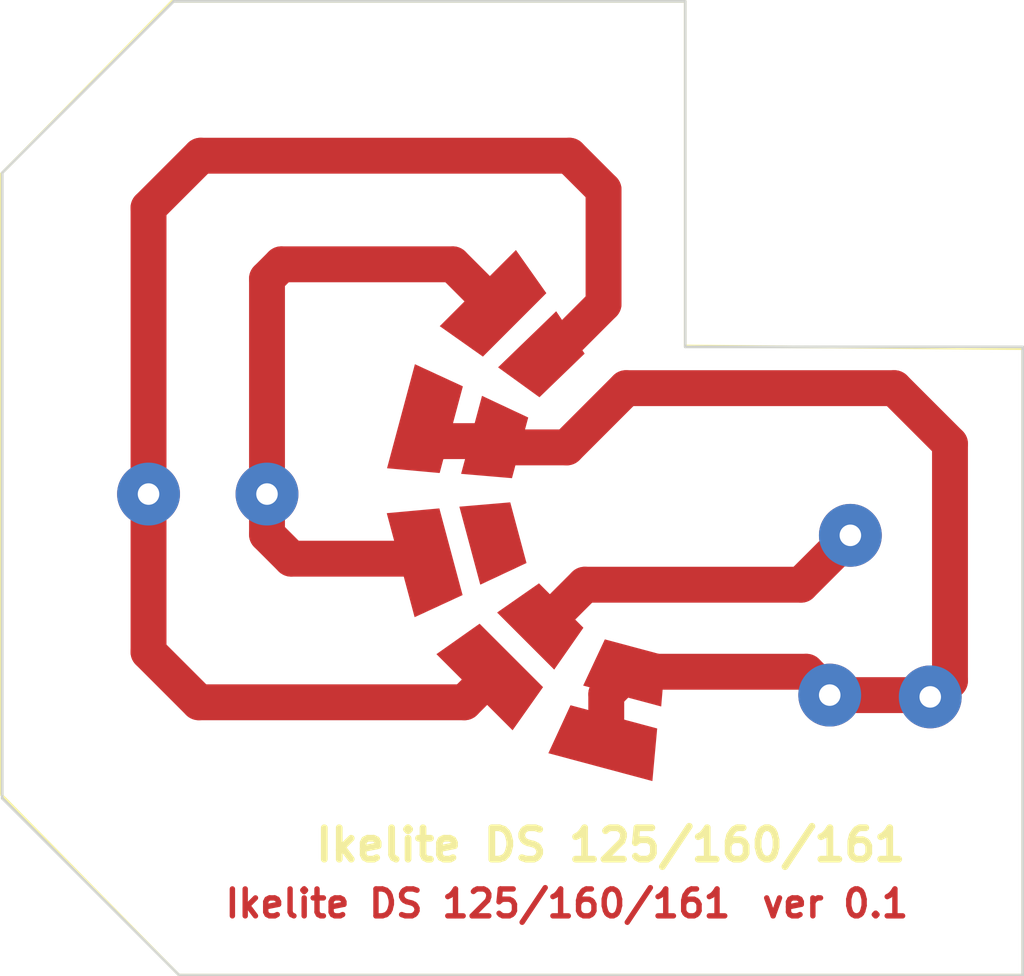
<source format=kicad_pcb>
(kicad_pcb (version 20171130) (host pcbnew 6.0.0-rc1-unknown-cbf74d6~66~ubuntu16.04.1)

  (general
    (thickness 1.6)
    (drawings 10)
    (tracks 38)
    (zones 0)
    (modules 6)
    (nets 5)
  )

  (page A4)
  (layers
    (0 F.Cu signal)
    (31 B.Cu signal)
    (32 B.Adhes user)
    (33 F.Adhes user)
    (34 B.Paste user)
    (35 F.Paste user)
    (36 B.SilkS user)
    (37 F.SilkS user)
    (38 B.Mask user)
    (39 F.Mask user hide)
    (40 Dwgs.User user hide)
    (41 Cmts.User user)
    (42 Eco1.User user)
    (43 Eco2.User user)
    (44 Edge.Cuts user)
    (45 Margin user)
    (46 B.CrtYd user)
    (47 F.CrtYd user)
    (48 B.Fab user)
    (49 F.Fab user)
  )

  (setup
    (last_trace_width 2)
    (trace_clearance 0.2)
    (zone_clearance 0.508)
    (zone_45_only no)
    (trace_min 0.2)
    (via_size 0.8)
    (via_drill 0.4)
    (via_min_size 0.4)
    (via_min_drill 0.3)
    (uvia_size 0.3)
    (uvia_drill 0.1)
    (uvias_allowed no)
    (uvia_min_size 0.2)
    (uvia_min_drill 0.1)
    (edge_width 0.15)
    (segment_width 0.2)
    (pcb_text_width 0.3)
    (pcb_text_size 1.5 1.5)
    (mod_edge_width 0.15)
    (mod_text_size 1 1)
    (mod_text_width 0.15)
    (pad_size 1.524 1.524)
    (pad_drill 0.762)
    (pad_to_mask_clearance 0.2)
    (solder_mask_min_width 0.25)
    (aux_axis_origin 0 0)
    (visible_elements FFFFFF7F)
    (pcbplotparams
      (layerselection 0x000a0_7fffffff)
      (usegerberextensions false)
      (usegerberattributes false)
      (usegerberadvancedattributes false)
      (creategerberjobfile false)
      (excludeedgelayer false)
      (linewidth 0.150000)
      (plotframeref false)
      (viasonmask false)
      (mode 1)
      (useauxorigin false)
      (hpglpennumber 1)
      (hpglpenspeed 20)
      (hpglpendiameter 15.000000)
      (psnegative false)
      (psa4output false)
      (plotreference false)
      (plotvalue false)
      (plotinvisibletext false)
      (padsonsilk false)
      (subtractmaskfromsilk false)
      (outputformat 1)
      (mirror false)
      (drillshape 0)
      (scaleselection 1)
      (outputdirectory "/home/nail/tmp/plot/"))
  )

  (net 0 "")
  (net 1 "Net-(J1-Pad1)")
  (net 2 "Net-(J2-Pad10)")
  (net 3 "Net-(J2-Pad2)")
  (net 4 "Net-(J2-Pad8)")

  (net_class Default "This is the default net class."
    (clearance 0.2)
    (trace_width 2)
    (via_dia 0.8)
    (via_drill 0.4)
    (uvia_dia 0.3)
    (uvia_drill 0.1)
    (add_net "Net-(J1-Pad1)")
    (add_net "Net-(J2-Pad10)")
    (add_net "Net-(J2-Pad2)")
    (add_net "Net-(J2-Pad8)")
  )

  (module ikelite_switch:ikelite_switch (layer F.Cu) (tedit 58A19009) (tstamp 58C250B9)
    (at 80 79.4)
    (path /58A17CA5)
    (fp_text reference J2 (at 9.4 7.3) (layer F.SilkS) hide
      (effects (font (size 1 1) (thickness 0.15)))
    )
    (fp_text value CONN_02X05 (at 9.3 9.1) (layer F.Fab) hide
      (effects (font (size 1 1) (thickness 0.15)))
    )
    (fp_line (start 19.25 26.9) (end -27.75 26.9) (layer F.SilkS) (width 0.15))
    (fp_line (start -27.75 26.9) (end -37.6 16.9) (layer F.SilkS) (width 0.15))
    (fp_line (start -37.65 16.85) (end -37.65 -17.75) (layer F.SilkS) (width 0.15))
    (fp_line (start 19.25 26.9) (end 19.25 -8) (layer F.SilkS) (width 0.15))
    (fp_line (start -28.15 -27.35) (end -37.5 -17.9) (layer F.SilkS) (width 0.15))
    (fp_line (start 19.25 -8) (end 0.45 -8.15) (layer F.SilkS) (width 0.15))
    (fp_line (start 0.45 -8.15) (end 0.45 -27.35) (layer F.SilkS) (width 0.15))
    (fp_line (start 0.45 -27.35) (end -28.15 -27.35) (layer F.SilkS) (width 0.15))
    (fp_line (start -0.26742 0.698449) (end -0.26742 0.698449) (layer Dwgs.User) (width 0.1))
    (fp_line (start -0.263776 0.701987) (end -0.26742 0.698449) (layer Dwgs.User) (width 0.1))
    (fp_line (start -0.259963 0.705478) (end -0.263776 0.701987) (layer Dwgs.User) (width 0.1))
    (fp_line (start -0.255989 0.708918) (end -0.259963 0.705478) (layer Dwgs.User) (width 0.1))
    (fp_line (start -0.251867 0.712301) (end -0.255989 0.708918) (layer Dwgs.User) (width 0.1))
    (fp_line (start -0.247605 0.715624) (end -0.251867 0.712301) (layer Dwgs.User) (width 0.1))
    (fp_line (start -0.243214 0.718881) (end -0.247605 0.715624) (layer Dwgs.User) (width 0.1))
    (fp_line (start -0.238704 0.722068) (end -0.243214 0.718881) (layer Dwgs.User) (width 0.1))
    (fp_line (start -0.234087 0.72518) (end -0.238704 0.722068) (layer Dwgs.User) (width 0.1))
    (fp_line (start -0.229371 0.728213) (end -0.234087 0.72518) (layer Dwgs.User) (width 0.1))
    (fp_line (start -0.224567 0.731161) (end -0.229371 0.728213) (layer Dwgs.User) (width 0.1))
    (fp_line (start -0.219686 0.73402) (end -0.224567 0.731161) (layer Dwgs.User) (width 0.1))
    (fp_line (start -0.214738 0.736786) (end -0.219686 0.73402) (layer Dwgs.User) (width 0.1))
    (fp_line (start -0.209732 0.739453) (end -0.214738 0.736786) (layer Dwgs.User) (width 0.1))
    (fp_line (start -0.20468 0.742017) (end -0.209732 0.739453) (layer Dwgs.User) (width 0.1))
    (fp_line (start -0.199592 0.744473) (end -0.20468 0.742017) (layer Dwgs.User) (width 0.1))
    (fp_line (start -0.194477 0.746817) (end -0.199592 0.744473) (layer Dwgs.User) (width 0.1))
    (fp_line (start -0.189347 0.749043) (end -0.194477 0.746817) (layer Dwgs.User) (width 0.1))
    (fp_line (start -0.184211 0.751148) (end -0.189347 0.749043) (layer Dwgs.User) (width 0.1))
    (fp_line (start -0.17908 0.753126) (end -0.184211 0.751148) (layer Dwgs.User) (width 0.1))
    (fp_line (start -0.173964 0.754973) (end -0.17908 0.753126) (layer Dwgs.User) (width 0.1))
    (fp_line (start -0.168873 0.756684) (end -0.173964 0.754973) (layer Dwgs.User) (width 0.1))
    (fp_line (start -0.163817 0.758254) (end -0.168873 0.756684) (layer Dwgs.User) (width 0.1))
    (fp_line (start -0.158808 0.759679) (end -0.163817 0.758254) (layer Dwgs.User) (width 0.1))
    (fp_line (start -0.153854 0.760954) (end -0.158808 0.759679) (layer Dwgs.User) (width 0.1))
    (fp_line (start -0.148967 0.762074) (end -0.153854 0.760954) (layer Dwgs.User) (width 0.1))
    (fp_line (start -0.144157 0.763034) (end -0.148967 0.762074) (layer Dwgs.User) (width 0.1))
    (fp_line (start -0.139433 0.763831) (end -0.144157 0.763034) (layer Dwgs.User) (width 0.1))
    (fp_line (start -0.134807 0.764458) (end -0.139433 0.763831) (layer Dwgs.User) (width 0.1))
    (fp_line (start -0.130288 0.764913) (end -0.134807 0.764458) (layer Dwgs.User) (width 0.1))
    (fp_line (start -0.125887 0.765189) (end -0.130288 0.764913) (layer Dwgs.User) (width 0.1))
    (fp_line (start -0.121614 0.765282) (end -0.125887 0.765189) (layer Dwgs.User) (width 0.1))
    (fp_line (start -0.111475 0.76495) (end -0.121614 0.765282) (layer Dwgs.User) (width 0.1))
    (fp_line (start -0.101366 0.763966) (end -0.111475 0.76495) (layer Dwgs.User) (width 0.1))
    (fp_line (start -0.091303 0.762344) (end -0.101366 0.763966) (layer Dwgs.User) (width 0.1))
    (fp_line (start -0.081299 0.760098) (end -0.091303 0.762344) (layer Dwgs.User) (width 0.1))
    (fp_line (start -0.071369 0.757243) (end -0.081299 0.760098) (layer Dwgs.User) (width 0.1))
    (fp_line (start -0.061527 0.753795) (end -0.071369 0.757243) (layer Dwgs.User) (width 0.1))
    (fp_line (start -0.051786 0.749767) (end -0.061527 0.753795) (layer Dwgs.User) (width 0.1))
    (fp_line (start -0.042161 0.745175) (end -0.051786 0.749767) (layer Dwgs.User) (width 0.1))
    (fp_line (start -0.032666 0.740034) (end -0.042161 0.745175) (layer Dwgs.User) (width 0.1))
    (fp_line (start -0.023315 0.734357) (end -0.032666 0.740034) (layer Dwgs.User) (width 0.1))
    (fp_line (start -0.014123 0.72816) (end -0.023315 0.734357) (layer Dwgs.User) (width 0.1))
    (fp_line (start -0.005102 0.721458) (end -0.014123 0.72816) (layer Dwgs.User) (width 0.1))
    (fp_line (start 0.003732 0.714265) (end -0.005102 0.721458) (layer Dwgs.User) (width 0.1))
    (fp_line (start 0.012367 0.706596) (end 0.003732 0.714265) (layer Dwgs.User) (width 0.1))
    (fp_line (start 0.020786 0.698465) (end 0.012367 0.706596) (layer Dwgs.User) (width 0.1))
    (fp_line (start 0.028978 0.689889) (end 0.020786 0.698465) (layer Dwgs.User) (width 0.1))
    (fp_line (start 0.036926 0.68088) (end 0.028978 0.689889) (layer Dwgs.User) (width 0.1))
    (fp_line (start 0.044618 0.671454) (end 0.036926 0.68088) (layer Dwgs.User) (width 0.1))
    (fp_line (start 0.05204 0.661626) (end 0.044618 0.671454) (layer Dwgs.User) (width 0.1))
    (fp_line (start 0.059176 0.651411) (end 0.05204 0.661626) (layer Dwgs.User) (width 0.1))
    (fp_line (start 0.066014 0.640823) (end 0.059176 0.651411) (layer Dwgs.User) (width 0.1))
    (fp_line (start 0.072538 0.629876) (end 0.066014 0.640823) (layer Dwgs.User) (width 0.1))
    (fp_line (start 0.078736 0.618587) (end 0.072538 0.629876) (layer Dwgs.User) (width 0.1))
    (fp_line (start 0.084592 0.606968) (end 0.078736 0.618587) (layer Dwgs.User) (width 0.1))
    (fp_line (start 0.090093 0.595036) (end 0.084592 0.606968) (layer Dwgs.User) (width 0.1))
    (fp_line (start 0.095225 0.582805) (end 0.090093 0.595036) (layer Dwgs.User) (width 0.1))
    (fp_line (start 0.099974 0.57029) (end 0.095225 0.582805) (layer Dwgs.User) (width 0.1))
    (fp_line (start 0.104325 0.557505) (end 0.099974 0.57029) (layer Dwgs.User) (width 0.1))
    (fp_line (start 0.108265 0.544465) (end 0.104325 0.557505) (layer Dwgs.User) (width 0.1))
    (fp_line (start 0.111778 0.531185) (end 0.108265 0.544465) (layer Dwgs.User) (width 0.1))
    (fp_line (start 0.114853 0.517679) (end 0.111778 0.531185) (layer Dwgs.User) (width 0.1))
    (fp_line (start 0.119021 0.498291) (end 0.114853 0.517679) (layer Dwgs.User) (width 0.1))
    (fp_line (start 0.123212 0.479937) (end 0.119021 0.498291) (layer Dwgs.User) (width 0.1))
    (fp_line (start 0.127464 0.462585) (end 0.123212 0.479937) (layer Dwgs.User) (width 0.1))
    (fp_line (start 0.131813 0.446204) (end 0.127464 0.462585) (layer Dwgs.User) (width 0.1))
    (fp_line (start 0.136296 0.43076) (end 0.131813 0.446204) (layer Dwgs.User) (width 0.1))
    (fp_line (start 0.140951 0.416223) (end 0.136296 0.43076) (layer Dwgs.User) (width 0.1))
    (fp_line (start 0.145815 0.402559) (end 0.140951 0.416223) (layer Dwgs.User) (width 0.1))
    (fp_line (start 0.150924 0.389739) (end 0.145815 0.402559) (layer Dwgs.User) (width 0.1))
    (fp_line (start 0.156317 0.377728) (end 0.150924 0.389739) (layer Dwgs.User) (width 0.1))
    (fp_line (start 0.16203 0.366496) (end 0.156317 0.377728) (layer Dwgs.User) (width 0.1))
    (fp_line (start 0.1681 0.356011) (end 0.16203 0.366496) (layer Dwgs.User) (width 0.1))
    (fp_line (start 0.174565 0.34624) (end 0.1681 0.356011) (layer Dwgs.User) (width 0.1))
    (fp_line (start 0.181461 0.337152) (end 0.174565 0.34624) (layer Dwgs.User) (width 0.1))
    (fp_line (start 0.188825 0.328714) (end 0.181461 0.337152) (layer Dwgs.User) (width 0.1))
    (fp_line (start 0.196696 0.320896) (end 0.188825 0.328714) (layer Dwgs.User) (width 0.1))
    (fp_line (start 0.205109 0.313664) (end 0.196696 0.320896) (layer Dwgs.User) (width 0.1))
    (fp_line (start 0.214102 0.306987) (end 0.205109 0.313664) (layer Dwgs.User) (width 0.1))
    (fp_line (start 0.223713 0.300834) (end 0.214102 0.306987) (layer Dwgs.User) (width 0.1))
    (fp_line (start 0.233978 0.295171) (end 0.223713 0.300834) (layer Dwgs.User) (width 0.1))
    (fp_line (start 0.244934 0.289967) (end 0.233978 0.295171) (layer Dwgs.User) (width 0.1))
    (fp_line (start 0.256619 0.285191) (end 0.244934 0.289967) (layer Dwgs.User) (width 0.1))
    (fp_line (start 0.269069 0.28081) (end 0.256619 0.285191) (layer Dwgs.User) (width 0.1))
    (fp_line (start 0.282322 0.276792) (end 0.269069 0.28081) (layer Dwgs.User) (width 0.1))
    (fp_line (start 0.296416 0.273106) (end 0.282322 0.276792) (layer Dwgs.User) (width 0.1))
    (fp_line (start 0.311386 0.269719) (end 0.296416 0.273106) (layer Dwgs.User) (width 0.1))
    (fp_line (start 0.32727 0.266599) (end 0.311386 0.269719) (layer Dwgs.User) (width 0.1))
    (fp_line (start 0.344106 0.263715) (end 0.32727 0.266599) (layer Dwgs.User) (width 0.1))
    (fp_line (start 0.36193 0.261035) (end 0.344106 0.263715) (layer Dwgs.User) (width 0.1))
    (fp_line (start 0.38078 0.258527) (end 0.36193 0.261035) (layer Dwgs.User) (width 0.1))
    (fp_line (start 0.400692 0.256158) (end 0.38078 0.258527) (layer Dwgs.User) (width 0.1))
    (fp_line (start 0.421705 0.253897) (end 0.400692 0.256158) (layer Dwgs.User) (width 0.1))
    (fp_line (start 0.445853 0.25113) (end 0.421705 0.253897) (layer Dwgs.User) (width 0.1))
    (fp_line (start 0.469286 0.247863) (end 0.445853 0.25113) (layer Dwgs.User) (width 0.1))
    (fp_line (start 0.491998 0.244099) (end 0.469286 0.247863) (layer Dwgs.User) (width 0.1))
    (fp_line (start 0.513984 0.239844) (end 0.491998 0.244099) (layer Dwgs.User) (width 0.1))
    (fp_line (start 0.53524 0.2351) (end 0.513984 0.239844) (layer Dwgs.User) (width 0.1))
    (fp_line (start 0.555759 0.229872) (end 0.53524 0.2351) (layer Dwgs.User) (width 0.1))
    (fp_line (start 0.575538 0.224164) (end 0.555759 0.229872) (layer Dwgs.User) (width 0.1))
    (fp_line (start 0.59457 0.21798) (end 0.575538 0.224164) (layer Dwgs.User) (width 0.1))
    (fp_line (start 0.61285 0.211324) (end 0.59457 0.21798) (layer Dwgs.User) (width 0.1))
    (fp_line (start 0.630373 0.204199) (end 0.61285 0.211324) (layer Dwgs.User) (width 0.1))
    (fp_line (start 0.647135 0.19661) (end 0.630373 0.204199) (layer Dwgs.User) (width 0.1))
    (fp_line (start 0.663129 0.18856) (end 0.647135 0.19661) (layer Dwgs.User) (width 0.1))
    (fp_line (start 0.678351 0.180054) (end 0.663129 0.18856) (layer Dwgs.User) (width 0.1))
    (fp_line (start 0.692795 0.171096) (end 0.678351 0.180054) (layer Dwgs.User) (width 0.1))
    (fp_line (start 0.706457 0.161689) (end 0.692795 0.171096) (layer Dwgs.User) (width 0.1))
    (fp_line (start 0.719331 0.151837) (end 0.706457 0.161689) (layer Dwgs.User) (width 0.1))
    (fp_line (start 0.731412 0.141546) (end 0.719331 0.151837) (layer Dwgs.User) (width 0.1))
    (fp_line (start 0.742694 0.130817) (end 0.731412 0.141546) (layer Dwgs.User) (width 0.1))
    (fp_line (start 0.753174 0.119656) (end 0.742694 0.130817) (layer Dwgs.User) (width 0.1))
    (fp_line (start 0.762844 0.108066) (end 0.753174 0.119656) (layer Dwgs.User) (width 0.1))
    (fp_line (start 0.771701 0.096052) (end 0.762844 0.108066) (layer Dwgs.User) (width 0.1))
    (fp_line (start 0.779739 0.083617) (end 0.771701 0.096052) (layer Dwgs.User) (width 0.1))
    (fp_line (start 0.786953 0.070765) (end 0.779739 0.083617) (layer Dwgs.User) (width 0.1))
    (fp_line (start 0.793338 0.0575) (end 0.786953 0.070765) (layer Dwgs.User) (width 0.1))
    (fp_line (start 0.798888 0.043827) (end 0.793338 0.0575) (layer Dwgs.User) (width 0.1))
    (fp_line (start 0.803598 0.029748) (end 0.798888 0.043827) (layer Dwgs.User) (width 0.1))
    (fp_line (start 0.807464 0.015269) (end 0.803598 0.029748) (layer Dwgs.User) (width 0.1))
    (fp_line (start 0.810479 0.000393) (end 0.807464 0.015269) (layer Dwgs.User) (width 0.1))
    (fp_line (start 0.81264 -0.014876) (end 0.810479 0.000393) (layer Dwgs.User) (width 0.1))
    (fp_line (start 0.81394 -0.030534) (end 0.81264 -0.014876) (layer Dwgs.User) (width 0.1))
    (fp_line (start 0.814374 -0.046577) (end 0.81394 -0.030534) (layer Dwgs.User) (width 0.1))
    (fp_line (start 0.813831 -0.062494) (end 0.814374 -0.046577) (layer Dwgs.User) (width 0.1))
    (fp_line (start 0.812217 -0.07816) (end 0.813831 -0.062494) (layer Dwgs.User) (width 0.1))
    (fp_line (start 0.809559 -0.093557) (end 0.812217 -0.07816) (layer Dwgs.User) (width 0.1))
    (fp_line (start 0.805881 -0.108668) (end 0.809559 -0.093557) (layer Dwgs.User) (width 0.1))
    (fp_line (start 0.801208 -0.123474) (end 0.805881 -0.108668) (layer Dwgs.User) (width 0.1))
    (fp_line (start 0.795566 -0.137956) (end 0.801208 -0.123474) (layer Dwgs.User) (width 0.1))
    (fp_line (start 0.788979 -0.152095) (end 0.795566 -0.137956) (layer Dwgs.User) (width 0.1))
    (fp_line (start 0.781473 -0.165875) (end 0.788979 -0.152095) (layer Dwgs.User) (width 0.1))
    (fp_line (start 0.773073 -0.179275) (end 0.781473 -0.165875) (layer Dwgs.User) (width 0.1))
    (fp_line (start 0.763804 -0.192277) (end 0.773073 -0.179275) (layer Dwgs.User) (width 0.1))
    (fp_line (start 0.753692 -0.204864) (end 0.763804 -0.192277) (layer Dwgs.User) (width 0.1))
    (fp_line (start 0.74276 -0.217017) (end 0.753692 -0.204864) (layer Dwgs.User) (width 0.1))
    (fp_line (start 0.731036 -0.228717) (end 0.74276 -0.217017) (layer Dwgs.User) (width 0.1))
    (fp_line (start 0.718543 -0.239945) (end 0.731036 -0.228717) (layer Dwgs.User) (width 0.1))
    (fp_line (start 0.705306 -0.250685) (end 0.718543 -0.239945) (layer Dwgs.User) (width 0.1))
    (fp_line (start 0.691352 -0.260916) (end 0.705306 -0.250685) (layer Dwgs.User) (width 0.1))
    (fp_line (start 0.676705 -0.27062) (end 0.691352 -0.260916) (layer Dwgs.User) (width 0.1))
    (fp_line (start 0.66139 -0.27978) (end 0.676705 -0.27062) (layer Dwgs.User) (width 0.1))
    (fp_line (start 0.645432 -0.288376) (end 0.66139 -0.27978) (layer Dwgs.User) (width 0.1))
    (fp_line (start 0.628857 -0.296391) (end 0.645432 -0.288376) (layer Dwgs.User) (width 0.1))
    (fp_line (start 0.61169 -0.303805) (end 0.628857 -0.296391) (layer Dwgs.User) (width 0.1))
    (fp_line (start 0.593955 -0.310601) (end 0.61169 -0.303805) (layer Dwgs.User) (width 0.1))
    (fp_line (start 0.575678 -0.316759) (end 0.593955 -0.310601) (layer Dwgs.User) (width 0.1))
    (fp_line (start 0.556885 -0.322262) (end 0.575678 -0.316759) (layer Dwgs.User) (width 0.1))
    (fp_line (start 0.5376 -0.327092) (end 0.556885 -0.322262) (layer Dwgs.User) (width 0.1))
    (fp_line (start 0.517848 -0.331228) (end 0.5376 -0.327092) (layer Dwgs.User) (width 0.1))
    (fp_line (start 0.497654 -0.334654) (end 0.517848 -0.331228) (layer Dwgs.User) (width 0.1))
    (fp_line (start 0.477045 -0.337351) (end 0.497654 -0.334654) (layer Dwgs.User) (width 0.1))
    (fp_line (start 0.456044 -0.3393) (end 0.477045 -0.337351) (layer Dwgs.User) (width 0.1))
    (fp_line (start 0.434677 -0.340483) (end 0.456044 -0.3393) (layer Dwgs.User) (width 0.1))
    (fp_line (start 0.412969 -0.340882) (end 0.434677 -0.340483) (layer Dwgs.User) (width 0.1))
    (fp_line (start 0.393604 -0.341061) (end 0.412969 -0.340882) (layer Dwgs.User) (width 0.1))
    (fp_line (start 0.375035 -0.341603) (end 0.393604 -0.341061) (layer Dwgs.User) (width 0.1))
    (fp_line (start 0.357251 -0.342518) (end 0.375035 -0.341603) (layer Dwgs.User) (width 0.1))
    (fp_line (start 0.340241 -0.343812) (end 0.357251 -0.342518) (layer Dwgs.User) (width 0.1))
    (fp_line (start 0.323993 -0.345496) (end 0.340241 -0.343812) (layer Dwgs.User) (width 0.1))
    (fp_line (start 0.308498 -0.347575) (end 0.323993 -0.345496) (layer Dwgs.User) (width 0.1))
    (fp_line (start 0.293744 -0.35006) (end 0.308498 -0.347575) (layer Dwgs.User) (width 0.1))
    (fp_line (start 0.27972 -0.352958) (end 0.293744 -0.35006) (layer Dwgs.User) (width 0.1))
    (fp_line (start 0.266416 -0.356277) (end 0.27972 -0.352958) (layer Dwgs.User) (width 0.1))
    (fp_line (start 0.25382 -0.360026) (end 0.266416 -0.356277) (layer Dwgs.User) (width 0.1))
    (fp_line (start 0.241921 -0.364213) (end 0.25382 -0.360026) (layer Dwgs.User) (width 0.1))
    (fp_line (start 0.230709 -0.368846) (end 0.241921 -0.364213) (layer Dwgs.User) (width 0.1))
    (fp_line (start 0.220173 -0.373934) (end 0.230709 -0.368846) (layer Dwgs.User) (width 0.1))
    (fp_line (start 0.210302 -0.379484) (end 0.220173 -0.373934) (layer Dwgs.User) (width 0.1))
    (fp_line (start 0.201085 -0.385506) (end 0.210302 -0.379484) (layer Dwgs.User) (width 0.1))
    (fp_line (start 0.192511 -0.392006) (end 0.201085 -0.385506) (layer Dwgs.User) (width 0.1))
    (fp_line (start 0.184569 -0.398995) (end 0.192511 -0.392006) (layer Dwgs.User) (width 0.1))
    (fp_line (start 0.177248 -0.406479) (end 0.184569 -0.398995) (layer Dwgs.User) (width 0.1))
    (fp_line (start 0.170538 -0.414467) (end 0.177248 -0.406479) (layer Dwgs.User) (width 0.1))
    (fp_line (start 0.164427 -0.422968) (end 0.170538 -0.414467) (layer Dwgs.User) (width 0.1))
    (fp_line (start 0.158905 -0.431989) (end 0.164427 -0.422968) (layer Dwgs.User) (width 0.1))
    (fp_line (start 0.153961 -0.44154) (end 0.158905 -0.431989) (layer Dwgs.User) (width 0.1))
    (fp_line (start 0.149583 -0.451627) (end 0.153961 -0.44154) (layer Dwgs.User) (width 0.1))
    (fp_line (start 0.145761 -0.46226) (end 0.149583 -0.451627) (layer Dwgs.User) (width 0.1))
    (fp_line (start 0.142484 -0.473446) (end 0.145761 -0.46226) (layer Dwgs.User) (width 0.1))
    (fp_line (start 0.139741 -0.485195) (end 0.142484 -0.473446) (layer Dwgs.User) (width 0.1))
    (fp_line (start 0.137521 -0.497513) (end 0.139741 -0.485195) (layer Dwgs.User) (width 0.1))
    (fp_line (start 0.135814 -0.51041) (end 0.137521 -0.497513) (layer Dwgs.User) (width 0.1))
    (fp_line (start 0.134607 -0.523894) (end 0.135814 -0.51041) (layer Dwgs.User) (width 0.1))
    (fp_line (start 0.133892 -0.537973) (end 0.134607 -0.523894) (layer Dwgs.User) (width 0.1))
    (fp_line (start 0.133656 -0.552655) (end 0.133892 -0.537973) (layer Dwgs.User) (width 0.1))
    (fp_line (start 0.133306 -0.56869) (end 0.133656 -0.552655) (layer Dwgs.User) (width 0.1))
    (fp_line (start 0.13227 -0.584487) (end 0.133306 -0.56869) (layer Dwgs.User) (width 0.1))
    (fp_line (start 0.130564 -0.600026) (end 0.13227 -0.584487) (layer Dwgs.User) (width 0.1))
    (fp_line (start 0.128204 -0.615289) (end 0.130564 -0.600026) (layer Dwgs.User) (width 0.1))
    (fp_line (start 0.125207 -0.630256) (end 0.128204 -0.615289) (layer Dwgs.User) (width 0.1))
    (fp_line (start 0.121589 -0.644907) (end 0.125207 -0.630256) (layer Dwgs.User) (width 0.1))
    (fp_line (start 0.117368 -0.659222) (end 0.121589 -0.644907) (layer Dwgs.User) (width 0.1))
    (fp_line (start 0.11256 -0.673183) (end 0.117368 -0.659222) (layer Dwgs.User) (width 0.1))
    (fp_line (start 0.107182 -0.68677) (end 0.11256 -0.673183) (layer Dwgs.User) (width 0.1))
    (fp_line (start 0.101251 -0.699962) (end 0.107182 -0.68677) (layer Dwgs.User) (width 0.1))
    (fp_line (start 0.094782 -0.712741) (end 0.101251 -0.699962) (layer Dwgs.User) (width 0.1))
    (fp_line (start 0.087794 -0.725087) (end 0.094782 -0.712741) (layer Dwgs.User) (width 0.1))
    (fp_line (start 0.080302 -0.736981) (end 0.087794 -0.725087) (layer Dwgs.User) (width 0.1))
    (fp_line (start 0.072323 -0.748403) (end 0.080302 -0.736981) (layer Dwgs.User) (width 0.1))
    (fp_line (start 0.063874 -0.759333) (end 0.072323 -0.748403) (layer Dwgs.User) (width 0.1))
    (fp_line (start 0.054972 -0.769752) (end 0.063874 -0.759333) (layer Dwgs.User) (width 0.1))
    (fp_line (start 0.045634 -0.77964) (end 0.054972 -0.769752) (layer Dwgs.User) (width 0.1))
    (fp_line (start 0.035875 -0.788978) (end 0.045634 -0.77964) (layer Dwgs.User) (width 0.1))
    (fp_line (start 0.025713 -0.797746) (end 0.035875 -0.788978) (layer Dwgs.User) (width 0.1))
    (fp_line (start 0.015164 -0.805926) (end 0.025713 -0.797746) (layer Dwgs.User) (width 0.1))
    (fp_line (start 0.004245 -0.813496) (end 0.015164 -0.805926) (layer Dwgs.User) (width 0.1))
    (fp_line (start -0.007027 -0.820438) (end 0.004245 -0.813496) (layer Dwgs.User) (width 0.1))
    (fp_line (start -0.018635 -0.826733) (end -0.007027 -0.820438) (layer Dwgs.User) (width 0.1))
    (fp_line (start -0.030563 -0.83236) (end -0.018635 -0.826733) (layer Dwgs.User) (width 0.1))
    (fp_line (start -0.042795 -0.8373) (end -0.030563 -0.83236) (layer Dwgs.User) (width 0.1))
    (fp_line (start -0.055312 -0.841533) (end -0.042795 -0.8373) (layer Dwgs.User) (width 0.1))
    (fp_line (start -0.0681 -0.845041) (end -0.055312 -0.841533) (layer Dwgs.User) (width 0.1))
    (fp_line (start -0.081141 -0.847803) (end -0.0681 -0.845041) (layer Dwgs.User) (width 0.1))
    (fp_line (start -0.094418 -0.8498) (end -0.081141 -0.847803) (layer Dwgs.User) (width 0.1))
    (fp_line (start -0.107915 -0.851013) (end -0.094418 -0.8498) (layer Dwgs.User) (width 0.1))
    (fp_line (start -0.121614 -0.851422) (end -0.107915 -0.851013) (layer Dwgs.User) (width 0.1))
    (fp_line (start -0.135479 -0.851011) (end -0.121614 -0.851422) (layer Dwgs.User) (width 0.1))
    (fp_line (start -0.149118 -0.849793) (end -0.135479 -0.851011) (layer Dwgs.User) (width 0.1))
    (fp_line (start -0.162518 -0.847786) (end -0.149118 -0.849793) (layer Dwgs.User) (width 0.1))
    (fp_line (start -0.175662 -0.845007) (end -0.162518 -0.847786) (layer Dwgs.User) (width 0.1))
    (fp_line (start -0.188534 -0.841477) (end -0.175662 -0.845007) (layer Dwgs.User) (width 0.1))
    (fp_line (start -0.201119 -0.837212) (end -0.188534 -0.841477) (layer Dwgs.User) (width 0.1))
    (fp_line (start -0.213402 -0.832233) (end -0.201119 -0.837212) (layer Dwgs.User) (width 0.1))
    (fp_line (start -0.225367 -0.826558) (end -0.213402 -0.832233) (layer Dwgs.User) (width 0.1))
    (fp_line (start -0.236998 -0.820205) (end -0.225367 -0.826558) (layer Dwgs.User) (width 0.1))
    (fp_line (start -0.24828 -0.813193) (end -0.236998 -0.820205) (layer Dwgs.User) (width 0.1))
    (fp_line (start -0.259197 -0.80554) (end -0.24828 -0.813193) (layer Dwgs.User) (width 0.1))
    (fp_line (start -0.269733 -0.797266) (end -0.259197 -0.80554) (layer Dwgs.User) (width 0.1))
    (fp_line (start -0.279873 -0.788388) (end -0.269733 -0.797266) (layer Dwgs.User) (width 0.1))
    (fp_line (start -0.289602 -0.778925) (end -0.279873 -0.788388) (layer Dwgs.User) (width 0.1))
    (fp_line (start -0.298903 -0.768897) (end -0.289602 -0.778925) (layer Dwgs.User) (width 0.1))
    (fp_line (start -0.307761 -0.758321) (end -0.298903 -0.768897) (layer Dwgs.User) (width 0.1))
    (fp_line (start -0.316161 -0.747217) (end -0.307761 -0.758321) (layer Dwgs.User) (width 0.1))
    (fp_line (start -0.324087 -0.735602) (end -0.316161 -0.747217) (layer Dwgs.User) (width 0.1))
    (fp_line (start -0.331523 -0.723495) (end -0.324087 -0.735602) (layer Dwgs.User) (width 0.1))
    (fp_line (start -0.338453 -0.710916) (end -0.331523 -0.723495) (layer Dwgs.User) (width 0.1))
    (fp_line (start -0.344863 -0.697883) (end -0.338453 -0.710916) (layer Dwgs.User) (width 0.1))
    (fp_line (start -0.350737 -0.684413) (end -0.344863 -0.697883) (layer Dwgs.User) (width 0.1))
    (fp_line (start -0.356058 -0.670527) (end -0.350737 -0.684413) (layer Dwgs.User) (width 0.1))
    (fp_line (start -0.360812 -0.656242) (end -0.356058 -0.670527) (layer Dwgs.User) (width 0.1))
    (fp_line (start -0.364983 -0.641577) (end -0.360812 -0.656242) (layer Dwgs.User) (width 0.1))
    (fp_line (start -0.368554 -0.626552) (end -0.364983 -0.641577) (layer Dwgs.User) (width 0.1))
    (fp_line (start -0.371512 -0.611183) (end -0.368554 -0.626552) (layer Dwgs.User) (width 0.1))
    (fp_line (start -0.373839 -0.59549) (end -0.371512 -0.611183) (layer Dwgs.User) (width 0.1))
    (fp_line (start -0.37552 -0.579492) (end -0.373839 -0.59549) (layer Dwgs.User) (width 0.1))
    (fp_line (start -0.376541 -0.563208) (end -0.37552 -0.579492) (layer Dwgs.User) (width 0.1))
    (fp_line (start -0.376884 -0.546655) (end -0.376541 -0.563208) (layer Dwgs.User) (width 0.1))
    (fp_line (start -0.377013 -0.53448) (end -0.376884 -0.546655) (layer Dwgs.User) (width 0.1))
    (fp_line (start -0.377418 -0.522861) (end -0.377013 -0.53448) (layer Dwgs.User) (width 0.1))
    (fp_line (start -0.378124 -0.511772) (end -0.377418 -0.522861) (layer Dwgs.User) (width 0.1))
    (fp_line (start -0.379159 -0.501189) (end -0.378124 -0.511772) (layer Dwgs.User) (width 0.1))
    (fp_line (start -0.380548 -0.49109) (end -0.379159 -0.501189) (layer Dwgs.User) (width 0.1))
    (fp_line (start -0.382318 -0.481449) (end -0.380548 -0.49109) (layer Dwgs.User) (width 0.1))
    (fp_line (start -0.384496 -0.472244) (end -0.382318 -0.481449) (layer Dwgs.User) (width 0.1))
    (fp_line (start -0.387108 -0.463449) (end -0.384496 -0.472244) (layer Dwgs.User) (width 0.1))
    (fp_line (start -0.390179 -0.455041) (end -0.387108 -0.463449) (layer Dwgs.User) (width 0.1))
    (fp_line (start -0.393738 -0.446996) (end -0.390179 -0.455041) (layer Dwgs.User) (width 0.1))
    (fp_line (start -0.39781 -0.439291) (end -0.393738 -0.446996) (layer Dwgs.User) (width 0.1))
    (fp_line (start -0.402421 -0.4319) (end -0.39781 -0.439291) (layer Dwgs.User) (width 0.1))
    (fp_line (start -0.407598 -0.424801) (end -0.402421 -0.4319) (layer Dwgs.User) (width 0.1))
    (fp_line (start -0.413367 -0.417969) (end -0.407598 -0.424801) (layer Dwgs.User) (width 0.1))
    (fp_line (start -0.419755 -0.411381) (end -0.413367 -0.417969) (layer Dwgs.User) (width 0.1))
    (fp_line (start -0.426787 -0.405011) (end -0.419755 -0.411381) (layer Dwgs.User) (width 0.1))
    (fp_line (start -0.434492 -0.398838) (end -0.426787 -0.405011) (layer Dwgs.User) (width 0.1))
    (fp_line (start -0.442894 -0.392835) (end -0.434492 -0.398838) (layer Dwgs.User) (width 0.1))
    (fp_line (start -0.45202 -0.386981) (end -0.442894 -0.392835) (layer Dwgs.User) (width 0.1))
    (fp_line (start -0.461897 -0.38125) (end -0.45202 -0.386981) (layer Dwgs.User) (width 0.1))
    (fp_line (start -0.472551 -0.375618) (end -0.461897 -0.38125) (layer Dwgs.User) (width 0.1))
    (fp_line (start -0.484008 -0.370062) (end -0.472551 -0.375618) (layer Dwgs.User) (width 0.1))
    (fp_line (start -0.496296 -0.364558) (end -0.484008 -0.370062) (layer Dwgs.User) (width 0.1))
    (fp_line (start -0.509439 -0.359082) (end -0.496296 -0.364558) (layer Dwgs.User) (width 0.1))
    (fp_line (start -0.523465 -0.35361) (end -0.509439 -0.359082) (layer Dwgs.User) (width 0.1))
    (fp_line (start -0.5384 -0.348117) (end -0.523465 -0.35361) (layer Dwgs.User) (width 0.1))
    (fp_line (start -0.554271 -0.342581) (end -0.5384 -0.348117) (layer Dwgs.User) (width 0.1))
    (fp_line (start -0.571103 -0.336976) (end -0.554271 -0.342581) (layer Dwgs.User) (width 0.1))
    (fp_line (start -0.588923 -0.33128) (end -0.571103 -0.336976) (layer Dwgs.User) (width 0.1))
    (fp_line (start -0.607759 -0.325467) (end -0.588923 -0.33128) (layer Dwgs.User) (width 0.1))
    (fp_line (start -0.627635 -0.319515) (end -0.607759 -0.325467) (layer Dwgs.User) (width 0.1))
    (fp_line (start -0.635394 -0.317097) (end -0.627635 -0.319515) (layer Dwgs.User) (width 0.1))
    (fp_line (start -0.643293 -0.314389) (end -0.635394 -0.317097) (layer Dwgs.User) (width 0.1))
    (fp_line (start -0.651314 -0.311401) (end -0.643293 -0.314389) (layer Dwgs.User) (width 0.1))
    (fp_line (start -0.659441 -0.308145) (end -0.651314 -0.311401) (layer Dwgs.User) (width 0.1))
    (fp_line (start -0.667658 -0.304633) (end -0.659441 -0.308145) (layer Dwgs.User) (width 0.1))
    (fp_line (start -0.675948 -0.300874) (end -0.667658 -0.304633) (layer Dwgs.User) (width 0.1))
    (fp_line (start -0.684295 -0.296882) (end -0.675948 -0.300874) (layer Dwgs.User) (width 0.1))
    (fp_line (start -0.692683 -0.292666) (end -0.684295 -0.296882) (layer Dwgs.User) (width 0.1))
    (fp_line (start -0.701096 -0.288239) (end -0.692683 -0.292666) (layer Dwgs.User) (width 0.1))
    (fp_line (start -0.709516 -0.283611) (end -0.701096 -0.288239) (layer Dwgs.User) (width 0.1))
    (fp_line (start -0.717929 -0.278793) (end -0.709516 -0.283611) (layer Dwgs.User) (width 0.1))
    (fp_line (start -0.726316 -0.273797) (end -0.717929 -0.278793) (layer Dwgs.User) (width 0.1))
    (fp_line (start -0.734663 -0.268635) (end -0.726316 -0.273797) (layer Dwgs.User) (width 0.1))
    (fp_line (start -0.742953 -0.263316) (end -0.734663 -0.268635) (layer Dwgs.User) (width 0.1))
    (fp_line (start -0.751169 -0.257853) (end -0.742953 -0.263316) (layer Dwgs.User) (width 0.1))
    (fp_line (start -0.759295 -0.252257) (end -0.751169 -0.257853) (layer Dwgs.User) (width 0.1))
    (fp_line (start -0.767315 -0.246539) (end -0.759295 -0.252257) (layer Dwgs.User) (width 0.1))
    (fp_line (start -0.775213 -0.240711) (end -0.767315 -0.246539) (layer Dwgs.User) (width 0.1))
    (fp_line (start -0.782971 -0.234782) (end -0.775213 -0.240711) (layer Dwgs.User) (width 0.1))
    (fp_line (start -0.790575 -0.228766) (end -0.782971 -0.234782) (layer Dwgs.User) (width 0.1))
    (fp_line (start -0.798007 -0.222672) (end -0.790575 -0.228766) (layer Dwgs.User) (width 0.1))
    (fp_line (start -0.805251 -0.216513) (end -0.798007 -0.222672) (layer Dwgs.User) (width 0.1))
    (fp_line (start -0.812291 -0.210299) (end -0.805251 -0.216513) (layer Dwgs.User) (width 0.1))
    (fp_line (start -0.819111 -0.204042) (end -0.812291 -0.210299) (layer Dwgs.User) (width 0.1))
    (fp_line (start -0.825693 -0.197752) (end -0.819111 -0.204042) (layer Dwgs.User) (width 0.1))
    (fp_line (start -0.832023 -0.191442) (end -0.825693 -0.197752) (layer Dwgs.User) (width 0.1))
    (fp_line (start -0.838083 -0.185122) (end -0.832023 -0.191442) (layer Dwgs.User) (width 0.1))
    (fp_line (start -0.843857 -0.178804) (end -0.838083 -0.185122) (layer Dwgs.User) (width 0.1))
    (fp_line (start -0.849329 -0.172498) (end -0.843857 -0.178804) (layer Dwgs.User) (width 0.1))
    (fp_line (start -0.854483 -0.166217) (end -0.849329 -0.172498) (layer Dwgs.User) (width 0.1))
    (fp_line (start -0.859302 -0.159971) (end -0.854483 -0.166217) (layer Dwgs.User) (width 0.1))
    (fp_line (start -0.867476 -0.149015) (end -0.859302 -0.159971) (layer Dwgs.User) (width 0.1))
    (fp_line (start -0.875106 -0.138742) (end -0.867476 -0.149015) (layer Dwgs.User) (width 0.1))
    (fp_line (start -0.88219 -0.129104) (end -0.875106 -0.138742) (layer Dwgs.User) (width 0.1))
    (fp_line (start -0.888729 -0.120055) (end -0.88219 -0.129104) (layer Dwgs.User) (width 0.1))
    (fp_line (start -0.894724 -0.111548) (end -0.888729 -0.120055) (layer Dwgs.User) (width 0.1))
    (fp_line (start -0.900173 -0.103535) (end -0.894724 -0.111548) (layer Dwgs.User) (width 0.1))
    (fp_line (start -0.905078 -0.09597) (end -0.900173 -0.103535) (layer Dwgs.User) (width 0.1))
    (fp_line (start -0.909438 -0.088804) (end -0.905078 -0.09597) (layer Dwgs.User) (width 0.1))
    (fp_line (start -0.913252 -0.081992) (end -0.909438 -0.088804) (layer Dwgs.User) (width 0.1))
    (fp_line (start -0.916522 -0.075486) (end -0.913252 -0.081992) (layer Dwgs.User) (width 0.1))
    (fp_line (start -0.919247 -0.069239) (end -0.916522 -0.075486) (layer Dwgs.User) (width 0.1))
    (fp_line (start -0.921427 -0.063204) (end -0.919247 -0.069239) (layer Dwgs.User) (width 0.1))
    (fp_line (start -0.923062 -0.057333) (end -0.921427 -0.063204) (layer Dwgs.User) (width 0.1))
    (fp_line (start -0.924151 -0.051581) (end -0.923062 -0.057333) (layer Dwgs.User) (width 0.1))
    (fp_line (start -0.924696 -0.045899) (end -0.924151 -0.051581) (layer Dwgs.User) (width 0.1))
    (fp_line (start -0.924696 -0.04024) (end -0.924696 -0.045899) (layer Dwgs.User) (width 0.1))
    (fp_line (start -0.924151 -0.034558) (end -0.924696 -0.04024) (layer Dwgs.User) (width 0.1))
    (fp_line (start -0.923062 -0.028806) (end -0.924151 -0.034558) (layer Dwgs.User) (width 0.1))
    (fp_line (start -0.921427 -0.022935) (end -0.923062 -0.028806) (layer Dwgs.User) (width 0.1))
    (fp_line (start -0.919247 -0.0169) (end -0.921427 -0.022935) (layer Dwgs.User) (width 0.1))
    (fp_line (start -0.916522 -0.010653) (end -0.919247 -0.0169) (layer Dwgs.User) (width 0.1))
    (fp_line (start -0.913252 -0.004147) (end -0.916522 -0.010653) (layer Dwgs.User) (width 0.1))
    (fp_line (start -0.909438 0.002665) (end -0.913252 -0.004147) (layer Dwgs.User) (width 0.1))
    (fp_line (start -0.905078 0.00983) (end -0.909438 0.002665) (layer Dwgs.User) (width 0.1))
    (fp_line (start -0.900173 0.017396) (end -0.905078 0.00983) (layer Dwgs.User) (width 0.1))
    (fp_line (start -0.894724 0.025409) (end -0.900173 0.017396) (layer Dwgs.User) (width 0.1))
    (fp_line (start -0.888729 0.033916) (end -0.894724 0.025409) (layer Dwgs.User) (width 0.1))
    (fp_line (start -0.88219 0.042965) (end -0.888729 0.033916) (layer Dwgs.User) (width 0.1))
    (fp_line (start -0.875106 0.052602) (end -0.88219 0.042965) (layer Dwgs.User) (width 0.1))
    (fp_line (start -0.867476 0.062875) (end -0.875106 0.052602) (layer Dwgs.User) (width 0.1))
    (fp_line (start -0.859302 0.073831) (end -0.867476 0.062875) (layer Dwgs.User) (width 0.1))
    (fp_line (start -0.854415 0.080137) (end -0.859302 0.073831) (layer Dwgs.User) (width 0.1))
    (fp_line (start -0.849153 0.086478) (end -0.854415 0.080137) (layer Dwgs.User) (width 0.1))
    (fp_line (start -0.843534 0.092842) (end -0.849153 0.086478) (layer Dwgs.User) (width 0.1))
    (fp_line (start -0.837574 0.09922) (end -0.843534 0.092842) (layer Dwgs.User) (width 0.1))
    (fp_line (start -0.831289 0.105599) (end -0.837574 0.09922) (layer Dwgs.User) (width 0.1))
    (fp_line (start -0.824697 0.11197) (end -0.831289 0.105599) (layer Dwgs.User) (width 0.1))
    (fp_line (start -0.817815 0.118321) (end -0.824697 0.11197) (layer Dwgs.User) (width 0.1))
    (fp_line (start -0.810659 0.124641) (end -0.817815 0.118321) (layer Dwgs.User) (width 0.1))
    (fp_line (start -0.803246 0.13092) (end -0.810659 0.124641) (layer Dwgs.User) (width 0.1))
    (fp_line (start -0.795592 0.137146) (end -0.803246 0.13092) (layer Dwgs.User) (width 0.1))
    (fp_line (start -0.787715 0.143309) (end -0.795592 0.137146) (layer Dwgs.User) (width 0.1))
    (fp_line (start -0.779631 0.149397) (end -0.787715 0.143309) (layer Dwgs.User) (width 0.1))
    (fp_line (start -0.771357 0.155401) (end -0.779631 0.149397) (layer Dwgs.User) (width 0.1))
    (fp_line (start -0.76291 0.161308) (end -0.771357 0.155401) (layer Dwgs.User) (width 0.1))
    (fp_line (start -0.754306 0.167108) (end -0.76291 0.161308) (layer Dwgs.User) (width 0.1))
    (fp_line (start -0.745563 0.17279) (end -0.754306 0.167108) (layer Dwgs.User) (width 0.1))
    (fp_line (start -0.736697 0.178344) (end -0.745563 0.17279) (layer Dwgs.User) (width 0.1))
    (fp_line (start -0.727724 0.183758) (end -0.736697 0.178344) (layer Dwgs.User) (width 0.1))
    (fp_line (start -0.718662 0.189021) (end -0.727724 0.183758) (layer Dwgs.User) (width 0.1))
    (fp_line (start -0.709528 0.194122) (end -0.718662 0.189021) (layer Dwgs.User) (width 0.1))
    (fp_line (start -0.700338 0.199052) (end -0.709528 0.194122) (layer Dwgs.User) (width 0.1))
    (fp_line (start -0.691108 0.203797) (end -0.700338 0.199052) (layer Dwgs.User) (width 0.1))
    (fp_line (start -0.681857 0.208349) (end -0.691108 0.203797) (layer Dwgs.User) (width 0.1))
    (fp_line (start -0.6726 0.212695) (end -0.681857 0.208349) (layer Dwgs.User) (width 0.1))
    (fp_line (start -0.663354 0.216826) (end -0.6726 0.212695) (layer Dwgs.User) (width 0.1))
    (fp_line (start -0.654136 0.220729) (end -0.663354 0.216826) (layer Dwgs.User) (width 0.1))
    (fp_line (start -0.644962 0.224395) (end -0.654136 0.220729) (layer Dwgs.User) (width 0.1))
    (fp_line (start -0.635851 0.227811) (end -0.644962 0.224395) (layer Dwgs.User) (width 0.1))
    (fp_line (start -0.626818 0.230968) (end -0.635851 0.227811) (layer Dwgs.User) (width 0.1))
    (fp_line (start -0.617879 0.233855) (end -0.626818 0.230968) (layer Dwgs.User) (width 0.1))
    (fp_line (start -0.609053 0.23646) (end -0.617879 0.233855) (layer Dwgs.User) (width 0.1))
    (fp_line (start -0.592914 0.241099) (end -0.609053 0.23646) (layer Dwgs.User) (width 0.1))
    (fp_line (start -0.577562 0.245753) (end -0.592914 0.241099) (layer Dwgs.User) (width 0.1))
    (fp_line (start -0.56297 0.25045) (end -0.577562 0.245753) (layer Dwgs.User) (width 0.1))
    (fp_line (start -0.549113 0.255221) (end -0.56297 0.25045) (layer Dwgs.User) (width 0.1))
    (fp_line (start -0.535965 0.260093) (end -0.549113 0.255221) (layer Dwgs.User) (width 0.1))
    (fp_line (start -0.5235 0.265097) (end -0.535965 0.260093) (layer Dwgs.User) (width 0.1))
    (fp_line (start -0.511693 0.27026) (end -0.5235 0.265097) (layer Dwgs.User) (width 0.1))
    (fp_line (start -0.500516 0.275613) (end -0.511693 0.27026) (layer Dwgs.User) (width 0.1))
    (fp_line (start -0.489945 0.281184) (end -0.500516 0.275613) (layer Dwgs.User) (width 0.1))
    (fp_line (start -0.479953 0.287001) (end -0.489945 0.281184) (layer Dwgs.User) (width 0.1))
    (fp_line (start -0.470514 0.293095) (end -0.479953 0.287001) (layer Dwgs.User) (width 0.1))
    (fp_line (start -0.461604 0.299495) (end -0.470514 0.293095) (layer Dwgs.User) (width 0.1))
    (fp_line (start -0.453194 0.306228) (end -0.461604 0.299495) (layer Dwgs.User) (width 0.1))
    (fp_line (start -0.445261 0.313325) (end -0.453194 0.306228) (layer Dwgs.User) (width 0.1))
    (fp_line (start -0.437777 0.320813) (end -0.445261 0.313325) (layer Dwgs.User) (width 0.1))
    (fp_line (start -0.430718 0.328724) (end -0.437777 0.320813) (layer Dwgs.User) (width 0.1))
    (fp_line (start -0.424056 0.337084) (end -0.430718 0.328724) (layer Dwgs.User) (width 0.1))
    (fp_line (start -0.417767 0.345924) (end -0.424056 0.337084) (layer Dwgs.User) (width 0.1))
    (fp_line (start -0.411823 0.355273) (end -0.417767 0.345924) (layer Dwgs.User) (width 0.1))
    (fp_line (start -0.4062 0.365159) (end -0.411823 0.355273) (layer Dwgs.User) (width 0.1))
    (fp_line (start -0.400872 0.375611) (end -0.4062 0.365159) (layer Dwgs.User) (width 0.1))
    (fp_line (start -0.395812 0.386659) (end -0.400872 0.375611) (layer Dwgs.User) (width 0.1))
    (fp_line (start -0.390995 0.398331) (end -0.395812 0.386659) (layer Dwgs.User) (width 0.1))
    (fp_line (start -0.386394 0.410657) (end -0.390995 0.398331) (layer Dwgs.User) (width 0.1))
    (fp_line (start -0.381984 0.423666) (end -0.386394 0.410657) (layer Dwgs.User) (width 0.1))
    (fp_line (start -0.377739 0.437386) (end -0.381984 0.423666) (layer Dwgs.User) (width 0.1))
    (fp_line (start -0.373633 0.451847) (end -0.377739 0.437386) (layer Dwgs.User) (width 0.1))
    (fp_line (start -0.369641 0.467078) (end -0.373633 0.451847) (layer Dwgs.User) (width 0.1))
    (fp_line (start -0.365735 0.483108) (end -0.369641 0.467078) (layer Dwgs.User) (width 0.1))
    (fp_line (start -0.361891 0.499965) (end -0.365735 0.483108) (layer Dwgs.User) (width 0.1))
    (fp_line (start -0.358082 0.517679) (end -0.361891 0.499965) (layer Dwgs.User) (width 0.1))
    (fp_line (start -0.356726 0.523804) (end -0.358082 0.517679) (layer Dwgs.User) (width 0.1))
    (fp_line (start -0.355204 0.530032) (end -0.356726 0.523804) (layer Dwgs.User) (width 0.1))
    (fp_line (start -0.353522 0.536351) (end -0.355204 0.530032) (layer Dwgs.User) (width 0.1))
    (fp_line (start -0.351687 0.542748) (end -0.353522 0.536351) (layer Dwgs.User) (width 0.1))
    (fp_line (start -0.349704 0.549211) (end -0.351687 0.542748) (layer Dwgs.User) (width 0.1))
    (fp_line (start -0.347581 0.555725) (end -0.349704 0.549211) (layer Dwgs.User) (width 0.1))
    (fp_line (start -0.345323 0.56228) (end -0.347581 0.555725) (layer Dwgs.User) (width 0.1))
    (fp_line (start -0.342937 0.568862) (end -0.345323 0.56228) (layer Dwgs.User) (width 0.1))
    (fp_line (start -0.340429 0.575458) (end -0.342937 0.568862) (layer Dwgs.User) (width 0.1))
    (fp_line (start -0.337806 0.582056) (end -0.340429 0.575458) (layer Dwgs.User) (width 0.1))
    (fp_line (start -0.335074 0.588643) (end -0.337806 0.582056) (layer Dwgs.User) (width 0.1))
    (fp_line (start -0.33224 0.595207) (end -0.335074 0.588643) (layer Dwgs.User) (width 0.1))
    (fp_line (start -0.329309 0.601733) (end -0.33224 0.595207) (layer Dwgs.User) (width 0.1))
    (fp_line (start -0.326289 0.608211) (end -0.329309 0.601733) (layer Dwgs.User) (width 0.1))
    (fp_line (start -0.323186 0.614627) (end -0.326289 0.608211) (layer Dwgs.User) (width 0.1))
    (fp_line (start -0.320006 0.620968) (end -0.323186 0.614627) (layer Dwgs.User) (width 0.1))
    (fp_line (start -0.316755 0.627222) (end -0.320006 0.620968) (layer Dwgs.User) (width 0.1))
    (fp_line (start -0.31344 0.633376) (end -0.316755 0.627222) (layer Dwgs.User) (width 0.1))
    (fp_line (start -0.310067 0.639417) (end -0.31344 0.633376) (layer Dwgs.User) (width 0.1))
    (fp_line (start -0.306643 0.645333) (end -0.310067 0.639417) (layer Dwgs.User) (width 0.1))
    (fp_line (start -0.303174 0.65111) (end -0.306643 0.645333) (layer Dwgs.User) (width 0.1))
    (fp_line (start -0.299667 0.656737) (end -0.303174 0.65111) (layer Dwgs.User) (width 0.1))
    (fp_line (start -0.296127 0.6622) (end -0.299667 0.656737) (layer Dwgs.User) (width 0.1))
    (fp_line (start -0.292562 0.667487) (end -0.296127 0.6622) (layer Dwgs.User) (width 0.1))
    (fp_line (start -0.288977 0.672585) (end -0.292562 0.667487) (layer Dwgs.User) (width 0.1))
    (fp_line (start -0.28538 0.677481) (end -0.288977 0.672585) (layer Dwgs.User) (width 0.1))
    (fp_line (start -0.281776 0.682162) (end -0.28538 0.677481) (layer Dwgs.User) (width 0.1))
    (fp_line (start -0.278171 0.686616) (end -0.281776 0.682162) (layer Dwgs.User) (width 0.1))
    (fp_line (start -0.274573 0.690831) (end -0.278171 0.686616) (layer Dwgs.User) (width 0.1))
    (fp_line (start -0.270988 0.694793) (end -0.274573 0.690831) (layer Dwgs.User) (width 0.1))
    (fp_line (start -0.267421 0.698489) (end -0.270988 0.694793) (layer Dwgs.User) (width 0.1))
    (fp_line (start -0.860825 -0.6312) (end -0.860825 -0.6312) (layer F.SilkS) (width 0.1))
    (fp_text user "Ikelite DS 125/160/161" (at -3.7 19.65) (layer F.SilkS)
      (effects (font (size 1.75 1.75) (thickness 0.375)))
    )
    (pad 10 connect trapezoid (at -2.7 10 165) (size 4 2.8) (rect_delta 0 -0.5 ) (layers F.Cu F.Mask)
      (net 2 "Net-(J2-Pad10)"))
    (pad 8 connect trapezoid (at -7.45 7.3 135) (size 4 2.8) (rect_delta 0 -0.5 ) (layers F.Cu F.Mask)
      (net 4 "Net-(J2-Pad8)"))
    (pad 6 connect trapezoid (at -10.15 2.6 105) (size 4 2.8) (rect_delta 0 -0.5 ) (drill (offset 0 -0.05)) (layers F.Cu F.Mask))
    (pad 4 connect trapezoid (at -10.15 -2.85 75) (size 4 2.8) (rect_delta 0 -0.5 ) (drill (offset 0 0.05)) (layers F.Cu F.Mask)
      (net 2 "Net-(J2-Pad10)"))
    (pad 2 connect trapezoid (at -7.35 -7.55 44) (size 4 2.8) (rect_delta 0 -0.5 ) (drill (offset -0.05 0)) (layers F.Cu F.Mask)
      (net 3 "Net-(J2-Pad2)"))
    (pad 9 connect trapezoid (at -3.95 13.9 165) (size 5.5 2.9) (rect_delta 0 -0.5 ) (drill (offset -0.05 0)) (layers F.Cu F.Mask)
      (net 2 "Net-(J2-Pad10)"))
    (pad 7 connect trapezoid (at -10.3 10.15 135) (size 5.5 2.9) (rect_delta 0 -0.5 ) (drill (offset 0 0.05)) (layers F.Cu F.Mask)
      (net 3 "Net-(J2-Pad2)"))
    (pad 5 connect trapezoid (at -14.05 3.7 105) (size 5.5 2.9) (rect_delta 0 -0.5 ) (drill (offset 0 0.05)) (layers F.Cu F.Mask)
      (net 1 "Net-(J1-Pad1)"))
    (pad 3 connect trapezoid (at -13.95 -3.8 75) (size 5.5 2.9) (rect_delta 0 -0.5 ) (drill (offset 0.05 -0.05)) (layers F.Cu F.Mask)
      (net 2 "Net-(J2-Pad10)"))
    (pad 1 connect trapezoid (at -10.15 -10.35 45) (size 5.5 2.9) (rect_delta 0 -0.5 ) (drill (offset 0.05 0.05)) (layers F.Cu F.Mask)
      (net 1 "Net-(J1-Pad1)"))
    (pad "" np_thru_hole circle (at 0 -0.05) (size 5 5) (drill 5) (layers *.Cu *.Mask))
  )

  (module Wire_Pads:SolderWirePad_single_1-2mmDrill (layer F.Cu) (tedit 58A18004) (tstamp 58C238C5)
    (at 57.15 79.5)
    (path /58A18439)
    (fp_text reference J1 (at 0 -3.81) (layer F.SilkS) hide
      (effects (font (size 1 1) (thickness 0.15)))
    )
    (fp_text value CONN_01X02 (at -1.905 3.175) (layer F.Fab) hide
      (effects (font (size 1 1) (thickness 0.15)))
    )
    (pad 1 thru_hole circle (at 0 0) (size 3.50012 3.50012) (drill 1.19888) (layers *.Cu *.Mask)
      (net 1 "Net-(J1-Pad1)"))
  )

  (module Wire_Pads:SolderWirePad_single_1-2mmDrill (layer F.Cu) (tedit 58A17FDC) (tstamp 58C23A9A)
    (at 89.65 81.8)
    (path /58A17D6A)
    (fp_text reference J3 (at 0 -3.81) (layer F.SilkS) hide
      (effects (font (size 1 1) (thickness 0.15)))
    )
    (fp_text value CONN_01X02 (at -1.905 3.175) (layer F.Fab) hide
      (effects (font (size 1 1) (thickness 0.15)))
    )
    (pad 1 thru_hole circle (at 0 0) (size 3.50012 3.50012) (drill 1.19888) (layers *.Cu *.Mask)
      (net 4 "Net-(J2-Pad8)"))
  )

  (module Wire_Pads:SolderWirePad_single_1-2mmDrill (layer F.Cu) (tedit 58A17FF3) (tstamp 58C23A9F)
    (at 50.55 79.5)
    (path /58A183F4)
    (fp_text reference J4 (at 0 -3.81) (layer F.SilkS) hide
      (effects (font (size 1 1) (thickness 0.15)))
    )
    (fp_text value CONN_01X02 (at -1.905 3.175) (layer F.Fab) hide
      (effects (font (size 1 1) (thickness 0.15)))
    )
    (pad 1 thru_hole circle (at 0 0) (size 3.50012 3.50012) (drill 1.19888) (layers *.Cu *.Mask)
      (net 3 "Net-(J2-Pad2)"))
  )

  (module Wire_Pads:SolderWirePad_single_1-2mmDrill (layer F.Cu) (tedit 58A17FE6) (tstamp 58C23AA4)
    (at 88.5 90.7)
    (path /58A1855C)
    (fp_text reference J5 (at 0 -3.81) (layer F.SilkS) hide
      (effects (font (size 1 1) (thickness 0.15)))
    )
    (fp_text value CONN_01X02 (at -1.905 3.175) (layer F.Fab) hide
      (effects (font (size 1 1) (thickness 0.15)))
    )
    (pad 1 thru_hole circle (at 0 0) (size 3.50012 3.50012) (drill 1.19888) (layers *.Cu *.Mask)
      (net 2 "Net-(J2-Pad10)"))
  )

  (module Wire_Pads:SolderWirePad_single_1-2mmDrill (layer F.Cu) (tedit 58A17FE2) (tstamp 58C23AA9)
    (at 94.1 90.8)
    (path /58A18455)
    (fp_text reference J6 (at 0 -3.81) (layer F.SilkS) hide
      (effects (font (size 1 1) (thickness 0.15)))
    )
    (fp_text value CONN_01X02 (at -1.905 3.175) (layer F.Fab) hide
      (effects (font (size 1 1) (thickness 0.15)))
    )
    (pad 1 thru_hole circle (at 0 0) (size 3.50012 3.50012) (drill 1.19888) (layers *.Cu *.Mask)
      (net 2 "Net-(J2-Pad10)"))
  )

  (gr_text "Ikelite DS 125/160/161" (at 68.9 102.32) (layer F.Cu)
    (effects (font (size 1.5 1.5) (thickness 0.3)))
  )
  (gr_text "ver 0.1" (at 88.81 102.32) (layer F.Cu)
    (effects (font (size 1.5 1.5) (thickness 0.3)))
  )
  (gr_line (start 51.95 52.05) (end 80.45 52.05) (angle 90) (layer Edge.Cuts) (width 0.15))
  (gr_line (start 42.4 61.6) (end 51.95 52.05) (angle 90) (layer Edge.Cuts) (width 0.15))
  (gr_line (start 42.4 96.45) (end 42.4 61.6) (angle 90) (layer Edge.Cuts) (width 0.15))
  (gr_line (start 52.25 106.3) (end 42.4 96.45) (angle 90) (layer Edge.Cuts) (width 0.15))
  (gr_line (start 99.25 106.3) (end 52.25 106.3) (angle 90) (layer Edge.Cuts) (width 0.15))
  (gr_line (start 99.25 71.3) (end 99.25 106.3) (angle 90) (layer Edge.Cuts) (width 0.15))
  (gr_line (start 80.45 71.3) (end 99.25 71.3) (angle 90) (layer Edge.Cuts) (width 0.15))
  (gr_line (start 80.45 52.05) (end 80.45 71.3) (angle 90) (layer Edge.Cuts) (width 0.15))

  (segment (start 65.95 83.1) (end 58.5 83.1) (width 2) (layer F.Cu) (net 1))
  (segment (start 57.15 81.75) (end 57.15 79.5) (width 2) (layer F.Cu) (net 1) (tstamp 58E011A4))
  (segment (start 58.5 83.1) (end 57.15 81.75) (width 2) (layer F.Cu) (net 1) (tstamp 58E011A3))
  (segment (start 57.15 79.5) (end 57.15 67.5) (width 2) (layer F.Cu) (net 1))
  (segment (start 67.5 66.7) (end 69.85 69.05) (width 2) (layer F.Cu) (net 1) (tstamp 58E01193))
  (segment (start 57.95 66.7) (end 67.5 66.7) (width 2) (layer F.Cu) (net 1) (tstamp 58E01192))
  (segment (start 57.15 67.5) (end 57.95 66.7) (width 2) (layer F.Cu) (net 1) (tstamp 58E01191))
  (segment (start 76.05 93.3) (end 76.05 90.65) (width 2) (layer F.Cu) (net 2))
  (segment (start 76.05 90.65) (end 77.3 89.4) (width 2) (layer F.Cu) (net 2) (tstamp 58E011A7))
  (segment (start 69.85 76.55) (end 67 76.55) (width 2) (layer F.Cu) (net 2))
  (segment (start 67 76.55) (end 66.05 75.6) (width 2) (layer F.Cu) (net 2) (tstamp 58E011B9))
  (segment (start 94.1 90.8) (end 94.3 90.8) (width 2) (layer F.Cu) (net 2))
  (segment (start 94.3 90.8) (end 95.2 89.9) (width 2) (layer F.Cu) (net 2) (tstamp 58E011B0))
  (segment (start 95.2 89.9) (end 95.2 76.7) (width 2) (layer F.Cu) (net 2) (tstamp 58E011B1))
  (segment (start 95.2 76.7) (end 92.1 73.6) (width 2) (layer F.Cu) (net 2) (tstamp 58E011B2))
  (segment (start 92.1 73.6) (end 77.15 73.6) (width 2) (layer F.Cu) (net 2) (tstamp 58E011B3))
  (segment (start 77.15 73.6) (end 73.85 76.9) (width 2) (layer F.Cu) (net 2) (tstamp 58E011B4))
  (segment (start 73.85 76.9) (end 70.2 76.9) (width 2) (layer F.Cu) (net 2) (tstamp 58E011B5))
  (segment (start 70.2 76.9) (end 69.85 76.55) (width 2) (layer F.Cu) (net 2) (tstamp 58E011B6))
  (segment (start 88.5 90.7) (end 94 90.7) (width 2) (layer F.Cu) (net 2))
  (segment (start 94 90.7) (end 94.1 90.8) (width 2) (layer F.Cu) (net 2) (tstamp 58E011AD))
  (segment (start 77.3 89.4) (end 87.2 89.4) (width 2) (layer F.Cu) (net 2))
  (segment (start 87.2 89.4) (end 88.5 90.7) (width 2) (layer F.Cu) (net 2) (tstamp 58E011AA))
  (segment (start 50.55 79.5) (end 50.55 88.3) (width 2) (layer F.Cu) (net 3))
  (segment (start 68.15 91.1) (end 69.7 89.55) (width 2) (layer F.Cu) (net 3) (tstamp 58E011A0))
  (segment (start 53.35 91.1) (end 68.15 91.1) (width 2) (layer F.Cu) (net 3) (tstamp 58E0119F))
  (segment (start 50.55 88.3) (end 53.35 91.1) (width 2) (layer F.Cu) (net 3) (tstamp 58E0119E))
  (segment (start 72.65 71.85) (end 72.95 71.85) (width 2) (layer F.Cu) (net 3))
  (segment (start 72.95 71.85) (end 75.9 68.9) (width 2) (layer F.Cu) (net 3) (tstamp 58E01196))
  (segment (start 75.9 68.9) (end 75.9 62.55) (width 2) (layer F.Cu) (net 3) (tstamp 58E01197))
  (segment (start 75.9 62.55) (end 74 60.65) (width 2) (layer F.Cu) (net 3) (tstamp 58E01198))
  (segment (start 74 60.65) (end 53.45 60.65) (width 2) (layer F.Cu) (net 3) (tstamp 58E01199))
  (segment (start 53.45 60.65) (end 50.55 63.55) (width 2) (layer F.Cu) (net 3) (tstamp 58E0119A))
  (segment (start 50.55 63.55) (end 50.55 79.5) (width 2) (layer F.Cu) (net 3) (tstamp 58E0119B))
  (segment (start 72.55 86.7) (end 72.7 86.7) (width 2) (layer F.Cu) (net 4))
  (segment (start 72.7 86.7) (end 74.85 84.55) (width 2) (layer F.Cu) (net 4) (tstamp 58E011BC))
  (segment (start 74.85 84.55) (end 86.9 84.55) (width 2) (layer F.Cu) (net 4) (tstamp 58E011BD))
  (segment (start 86.9 84.55) (end 89.65 81.8) (width 2) (layer F.Cu) (net 4) (tstamp 58E011BE))

  (zone (net 0) (net_name "") (layer F.Mask) (tstamp 58E011C1) (hatch edge 0.508)
    (connect_pads (clearance 0.508))
    (min_thickness 0.254)
    (fill yes (arc_segments 16) (thermal_gap 0.508) (thermal_bridge_width 0.508))
    (polygon
      (pts
        (xy 71.05 64.5) (xy 76.05 71.65) (xy 72.55 75.05) (xy 71.6 79.3) (xy 72.6 83.45)
        (xy 75.8 86.65) (xy 80.4 87.85) (xy 79.65 96.7) (xy 71.05 94.65) (xy 64.75 88.25)
        (xy 62.3 79.4) (xy 64.65 70) (xy 70.9 64.25)
      )
    )
    (filled_polygon
      (pts
        (xy 70.941098 64.565341) (xy 70.945923 64.572781) (xy 75.883987 71.634212) (xy 72.461508 74.958906) (xy 72.426059 75.022295)
        (xy 71.476059 79.272295) (xy 71.476534 79.329751) (xy 72.476534 83.479751) (xy 72.510197 83.539803) (xy 75.710197 86.739803)
        (xy 75.767942 86.772887) (xy 80.26442 87.945881) (xy 79.535914 96.542247) (xy 71.114923 94.534917) (xy 64.863609 88.184376)
        (xy 62.43132 79.398353) (xy 64.763982 70.067707) (xy 70.871286 64.448987)
      )
    )
  )
)

</source>
